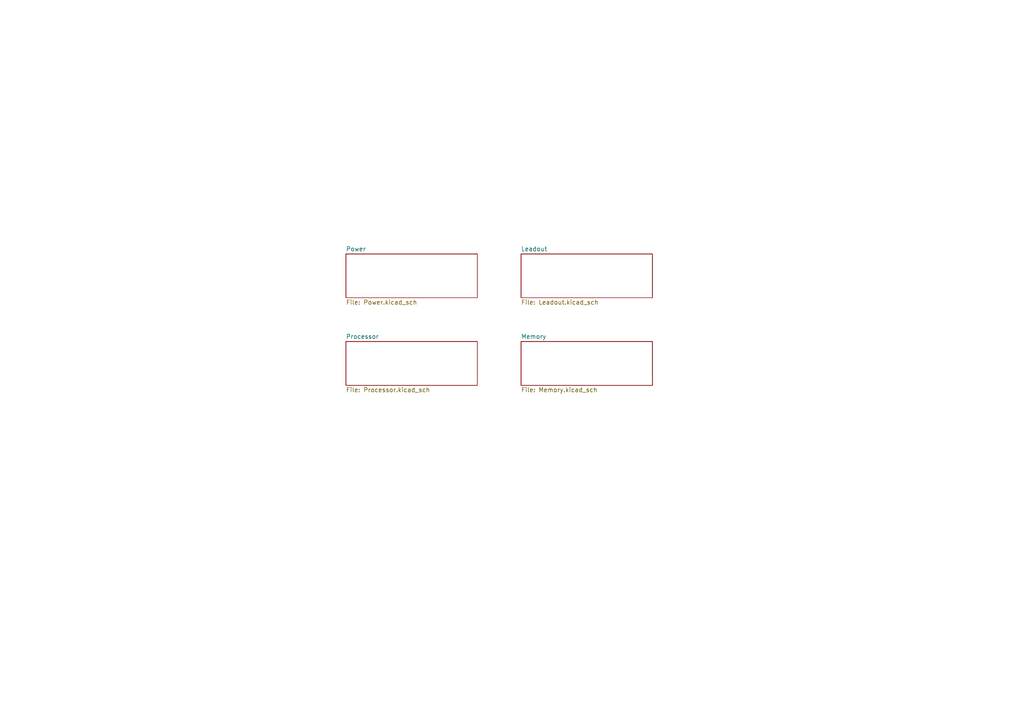
<source format=kicad_sch>
(kicad_sch (version 20230121) (generator eeschema)
  (paper "A4")
  (lib_symbols)
  (sheet (at 151.13 73.66) (size 38.1 12.7) (stroke (width 0.1524))
    (property "Sheetname" "Leadout" (at 151.13 72.9484 0) (effects (justify left bottom)))
    (property "Sheetfile" "Leadout.kicad_sch" (at 151.13 86.9446 0) (effects (justify left top)))
  )
  (sheet (at 100.33 73.66) (size 38.1 12.7) (stroke (width 0.1524))
    (property "Sheetname" "Power" (at 100.33 72.9484 0) (effects (justify left bottom)))
    (property "Sheetfile" "Power.kicad_sch" (at 100.33 86.9446 0) (effects (justify left top)))
  )
  (sheet (at 151.13 99.06) (size 38.1 12.7) (stroke (width 0.1524))
    (property "Sheetname" "Memory" (at 151.13 98.3484 0) (effects (justify left bottom)))
    (property "Sheetfile" "Memory.kicad_sch" (at 151.13 112.3446 0) (effects (justify left top)))
  )
  (sheet (at 100.33 99.06) (size 38.1 12.7) (stroke (width 0.1524))
    (property "Sheetname" "Processor" (at 100.33 98.3484 0) (effects (justify left bottom)))
    (property "Sheetfile" "Processor.kicad_sch" (at 100.33 112.3446 0) (effects (justify left top)))
  )
)
</source>
